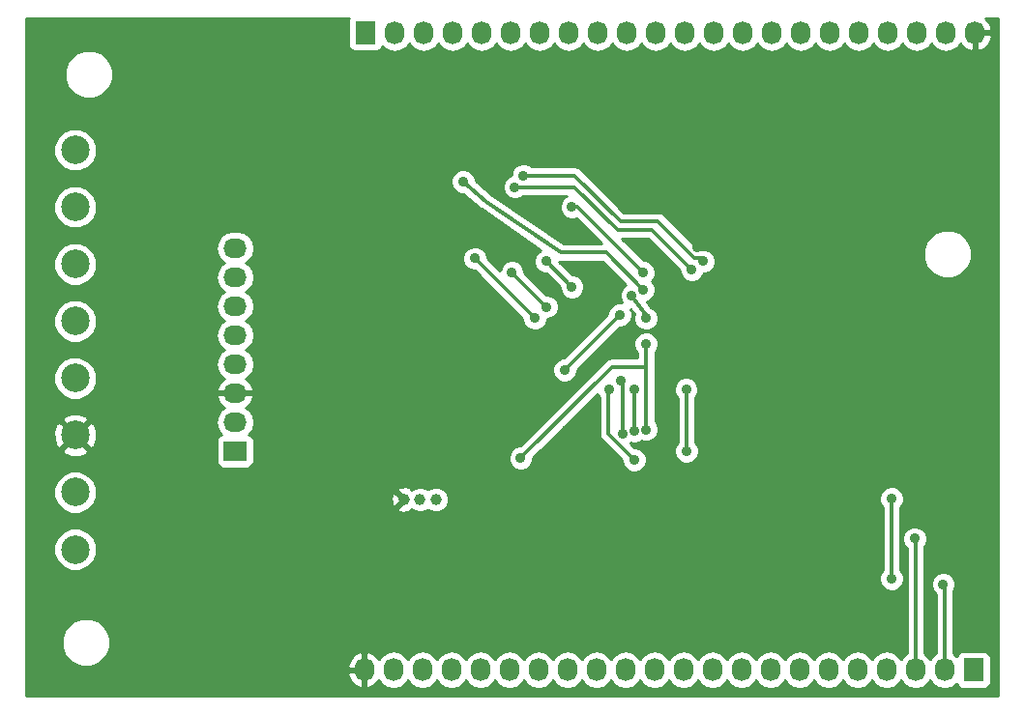
<source format=gbl>
%FSLAX34Y34*%
G04 Gerber Fmt 3.4, Leading zero omitted, Abs format*
G04 (created by PCBNEW (2014-jan-25)-product) date Wed 30 Apr 2014 08:12:59 PM MDT*
%MOIN*%
G01*
G70*
G90*
G04 APERTURE LIST*
%ADD10C,0.003937*%
%ADD11C,0.039370*%
%ADD12R,0.068000X0.080000*%
%ADD13O,0.068000X0.080000*%
%ADD14R,0.080000X0.068000*%
%ADD15O,0.080000X0.068000*%
%ADD16C,0.098425*%
%ADD17C,0.035000*%
%ADD18C,0.011811*%
%ADD19C,0.010000*%
G04 APERTURE END LIST*
G54D10*
G54D11*
X51357Y-50053D03*
X50806Y-50053D03*
X50255Y-50053D03*
G54D12*
X69889Y-55930D03*
G54D13*
X68889Y-55930D03*
X67889Y-55930D03*
X66889Y-55930D03*
X65889Y-55930D03*
X64889Y-55930D03*
X63889Y-55930D03*
X62889Y-55930D03*
X61889Y-55930D03*
X60889Y-55930D03*
X59889Y-55930D03*
X58889Y-55930D03*
X57889Y-55930D03*
X56889Y-55930D03*
X55889Y-55930D03*
X54889Y-55930D03*
X53889Y-55930D03*
X52889Y-55930D03*
X51889Y-55930D03*
X50889Y-55930D03*
X49889Y-55930D03*
X48889Y-55930D03*
G54D12*
X48929Y-33951D03*
G54D13*
X49929Y-33951D03*
X50929Y-33951D03*
X51929Y-33951D03*
X52929Y-33951D03*
X53929Y-33951D03*
X54929Y-33951D03*
X55929Y-33951D03*
X56929Y-33951D03*
X57929Y-33951D03*
X58929Y-33951D03*
X59929Y-33951D03*
X60929Y-33951D03*
X61929Y-33951D03*
X62929Y-33951D03*
X63929Y-33951D03*
X64929Y-33951D03*
X65929Y-33951D03*
X66929Y-33951D03*
X67929Y-33951D03*
X68929Y-33951D03*
X69929Y-33951D03*
G54D14*
X44429Y-48381D03*
G54D15*
X44429Y-47381D03*
X44429Y-46381D03*
X44429Y-45381D03*
X44429Y-44381D03*
X44429Y-43381D03*
X44429Y-42381D03*
X44429Y-41381D03*
G54D16*
X38917Y-37992D03*
X38917Y-39960D03*
X38917Y-41929D03*
X38917Y-43897D03*
X38917Y-51771D03*
X38917Y-49803D03*
X38917Y-47834D03*
X38917Y-45866D03*
G54D17*
X53976Y-42224D03*
X55157Y-43405D03*
X57716Y-45964D03*
X57789Y-47781D03*
X55157Y-41830D03*
X56043Y-42716D03*
X59980Y-46259D03*
X59989Y-48381D03*
X58208Y-46259D03*
X58189Y-47681D03*
X60374Y-41338D03*
X59192Y-51403D03*
X57027Y-51403D03*
X62342Y-48056D03*
X56732Y-42519D03*
X59488Y-38385D03*
X61653Y-38385D03*
X63129Y-40846D03*
X55649Y-49015D03*
X55846Y-47637D03*
X46791Y-49803D03*
X63425Y-43208D03*
X62389Y-42081D03*
X58110Y-43011D03*
X58602Y-43799D03*
X58602Y-44685D03*
X58602Y-47637D03*
X54271Y-48622D03*
X68838Y-52977D03*
X52696Y-41732D03*
X54763Y-43799D03*
X57322Y-46259D03*
X58189Y-48681D03*
X67854Y-51403D03*
X67066Y-50025D03*
X67066Y-52781D03*
X58503Y-42224D03*
X56043Y-39960D03*
X58503Y-42814D03*
X52289Y-39081D03*
X60177Y-42125D03*
X54074Y-39271D03*
X60570Y-41830D03*
X54370Y-38877D03*
X55789Y-45581D03*
X57689Y-43681D03*
G54D18*
X53976Y-42224D02*
X55157Y-43405D01*
X57716Y-45964D02*
X57789Y-46037D01*
X57789Y-46037D02*
X57789Y-46281D01*
X57789Y-47781D02*
X57789Y-46281D01*
X55157Y-41830D02*
X56043Y-42716D01*
X59980Y-46259D02*
X59989Y-46269D01*
X59989Y-46269D02*
X59989Y-46281D01*
X59989Y-47081D02*
X59989Y-46281D01*
X59989Y-48381D02*
X59989Y-47081D01*
X58208Y-46259D02*
X58189Y-46278D01*
X58189Y-46278D02*
X58189Y-46281D01*
X58189Y-47681D02*
X58189Y-46281D01*
X58110Y-43011D02*
X58602Y-43700D01*
X58602Y-43700D02*
X58602Y-43799D01*
X58602Y-45472D02*
X58602Y-47637D01*
X58602Y-44685D02*
X58602Y-45472D01*
X57421Y-45472D02*
X54271Y-48622D01*
X58602Y-45472D02*
X57421Y-45472D01*
X68889Y-53029D02*
X68838Y-52977D01*
X68889Y-55930D02*
X68889Y-53029D01*
X52696Y-41732D02*
X54763Y-43799D01*
X57322Y-46259D02*
X57300Y-46281D01*
X57300Y-46281D02*
X57289Y-46281D01*
X57289Y-47781D02*
X57289Y-46281D01*
X58189Y-48681D02*
X57289Y-47781D01*
X67854Y-51403D02*
X67889Y-51438D01*
X67889Y-51438D02*
X67889Y-55930D01*
X67066Y-50025D02*
X67066Y-52781D01*
X58503Y-42224D02*
X56240Y-39960D01*
X56240Y-39960D02*
X56043Y-39960D01*
X58503Y-42814D02*
X57224Y-41535D01*
X57224Y-41535D02*
X55649Y-41535D01*
X55649Y-41535D02*
X53089Y-39781D01*
X53089Y-39781D02*
X52289Y-39081D01*
X60177Y-42125D02*
X58799Y-40748D01*
X58799Y-40748D02*
X57618Y-40748D01*
X57618Y-40748D02*
X56141Y-39271D01*
X56141Y-39271D02*
X54074Y-39271D01*
X60570Y-41830D02*
X60472Y-41732D01*
X60472Y-41732D02*
X60275Y-41732D01*
X60275Y-41732D02*
X58996Y-40452D01*
X58996Y-40452D02*
X57716Y-40452D01*
X57716Y-40452D02*
X56141Y-38877D01*
X56141Y-38877D02*
X54370Y-38877D01*
X55789Y-45581D02*
X57689Y-43681D01*
G54D10*
G36*
X70734Y-56816D02*
X70513Y-56816D01*
X70513Y-34093D01*
X70457Y-34001D01*
X69979Y-34001D01*
X69979Y-34536D01*
X70070Y-34583D01*
X70076Y-34582D01*
X70284Y-34482D01*
X70437Y-34311D01*
X70513Y-34093D01*
X70513Y-56816D01*
X70479Y-56816D01*
X70479Y-56380D01*
X70479Y-56280D01*
X70479Y-55480D01*
X70441Y-55389D01*
X70371Y-55318D01*
X70279Y-55280D01*
X70180Y-55280D01*
X69830Y-55280D01*
X69830Y-41415D01*
X69702Y-41106D01*
X69466Y-40869D01*
X69157Y-40741D01*
X68823Y-40741D01*
X68514Y-40868D01*
X68277Y-41105D01*
X68149Y-41413D01*
X68149Y-41748D01*
X68276Y-42057D01*
X68513Y-42294D01*
X68821Y-42422D01*
X69156Y-42422D01*
X69465Y-42294D01*
X69701Y-42058D01*
X69830Y-41749D01*
X69830Y-41415D01*
X69830Y-55280D01*
X69500Y-55280D01*
X69408Y-55318D01*
X69337Y-55389D01*
X69312Y-55449D01*
X69306Y-55440D01*
X69198Y-55368D01*
X69198Y-53218D01*
X69263Y-53062D01*
X69263Y-52893D01*
X69199Y-52737D01*
X69079Y-52617D01*
X68923Y-52553D01*
X68754Y-52552D01*
X68598Y-52617D01*
X68478Y-52736D01*
X68413Y-52893D01*
X68413Y-53062D01*
X68478Y-53218D01*
X68580Y-53321D01*
X68580Y-55368D01*
X68472Y-55440D01*
X68389Y-55564D01*
X68306Y-55440D01*
X68198Y-55368D01*
X68198Y-51659D01*
X68214Y-51644D01*
X68279Y-51488D01*
X68279Y-51318D01*
X68214Y-51162D01*
X68095Y-51043D01*
X67939Y-50978D01*
X67770Y-50978D01*
X67613Y-51042D01*
X67494Y-51162D01*
X67429Y-51318D01*
X67429Y-51487D01*
X67493Y-51643D01*
X67580Y-51730D01*
X67580Y-55368D01*
X67492Y-55427D01*
X67492Y-52696D01*
X67427Y-52540D01*
X67375Y-52489D01*
X67375Y-50317D01*
X67427Y-50266D01*
X67491Y-50110D01*
X67492Y-49941D01*
X67427Y-49784D01*
X67307Y-49665D01*
X67151Y-49600D01*
X66982Y-49600D01*
X66826Y-49664D01*
X66706Y-49784D01*
X66642Y-49940D01*
X66641Y-50109D01*
X66706Y-50265D01*
X66757Y-50317D01*
X66757Y-52489D01*
X66706Y-52540D01*
X66642Y-52696D01*
X66641Y-52865D01*
X66706Y-53021D01*
X66825Y-53141D01*
X66982Y-53206D01*
X67151Y-53206D01*
X67307Y-53141D01*
X67427Y-53022D01*
X67491Y-52866D01*
X67492Y-52696D01*
X67492Y-55427D01*
X67472Y-55440D01*
X67389Y-55564D01*
X67306Y-55440D01*
X67115Y-55312D01*
X66889Y-55267D01*
X66663Y-55312D01*
X66472Y-55440D01*
X66389Y-55564D01*
X66306Y-55440D01*
X66115Y-55312D01*
X65889Y-55267D01*
X65663Y-55312D01*
X65472Y-55440D01*
X65389Y-55564D01*
X65306Y-55440D01*
X65115Y-55312D01*
X64889Y-55267D01*
X64663Y-55312D01*
X64472Y-55440D01*
X64389Y-55564D01*
X64306Y-55440D01*
X64115Y-55312D01*
X63889Y-55267D01*
X63663Y-55312D01*
X63472Y-55440D01*
X63389Y-55564D01*
X63306Y-55440D01*
X63115Y-55312D01*
X62889Y-55267D01*
X62663Y-55312D01*
X62472Y-55440D01*
X62389Y-55564D01*
X62306Y-55440D01*
X62115Y-55312D01*
X61889Y-55267D01*
X61663Y-55312D01*
X61472Y-55440D01*
X61389Y-55564D01*
X61306Y-55440D01*
X61115Y-55312D01*
X60995Y-55289D01*
X60995Y-41746D01*
X60931Y-41590D01*
X60811Y-41470D01*
X60655Y-41405D01*
X60486Y-41405D01*
X60444Y-41423D01*
X60403Y-41423D01*
X59214Y-40234D01*
X59114Y-40167D01*
X58996Y-40143D01*
X57844Y-40143D01*
X56360Y-38659D01*
X56260Y-38592D01*
X56141Y-38568D01*
X54662Y-38568D01*
X54611Y-38517D01*
X54454Y-38453D01*
X54285Y-38452D01*
X54129Y-38517D01*
X54009Y-38636D01*
X53945Y-38793D01*
X53945Y-38865D01*
X53834Y-38911D01*
X53714Y-39030D01*
X53649Y-39186D01*
X53649Y-39355D01*
X53714Y-39512D01*
X53833Y-39631D01*
X53989Y-39696D01*
X54158Y-39696D01*
X54315Y-39632D01*
X54366Y-39580D01*
X55849Y-39580D01*
X55802Y-39600D01*
X55683Y-39719D01*
X55618Y-39875D01*
X55618Y-40044D01*
X55682Y-40201D01*
X55802Y-40320D01*
X55958Y-40385D01*
X56127Y-40385D01*
X56198Y-40356D01*
X57068Y-41226D01*
X55745Y-41226D01*
X53279Y-39537D01*
X52714Y-39043D01*
X52714Y-38997D01*
X52650Y-38841D01*
X52530Y-38721D01*
X52374Y-38656D01*
X52205Y-38656D01*
X52049Y-38721D01*
X51929Y-38840D01*
X51864Y-38996D01*
X51864Y-39166D01*
X51929Y-39322D01*
X52048Y-39441D01*
X52204Y-39506D01*
X52306Y-39506D01*
X52886Y-40014D01*
X52902Y-40023D01*
X52915Y-40036D01*
X54973Y-41446D01*
X54917Y-41470D01*
X54797Y-41589D01*
X54732Y-41745D01*
X54732Y-41914D01*
X54796Y-42071D01*
X54916Y-42190D01*
X55072Y-42255D01*
X55145Y-42255D01*
X55618Y-42728D01*
X55618Y-42800D01*
X55682Y-42956D01*
X55802Y-43076D01*
X55958Y-43141D01*
X56127Y-43141D01*
X56283Y-43077D01*
X56403Y-42957D01*
X56468Y-42801D01*
X56468Y-42632D01*
X56403Y-42476D01*
X56284Y-42356D01*
X56128Y-42291D01*
X56055Y-42291D01*
X55601Y-41838D01*
X55618Y-41838D01*
X55649Y-41844D01*
X57096Y-41844D01*
X57893Y-42641D01*
X57869Y-42651D01*
X57750Y-42770D01*
X57685Y-42926D01*
X57685Y-43095D01*
X57749Y-43252D01*
X57754Y-43256D01*
X57605Y-43256D01*
X57449Y-43321D01*
X57329Y-43440D01*
X57264Y-43596D01*
X57264Y-43669D01*
X55777Y-45156D01*
X55705Y-45156D01*
X55582Y-45207D01*
X55582Y-43321D01*
X55517Y-43165D01*
X55398Y-43045D01*
X55242Y-42980D01*
X55169Y-42980D01*
X54401Y-42212D01*
X54401Y-42140D01*
X54336Y-41983D01*
X54217Y-41864D01*
X54061Y-41799D01*
X53892Y-41799D01*
X53735Y-41863D01*
X53616Y-41983D01*
X53551Y-42139D01*
X53551Y-42149D01*
X53121Y-41720D01*
X53121Y-41648D01*
X53057Y-41491D01*
X52937Y-41372D01*
X52781Y-41307D01*
X52612Y-41307D01*
X52456Y-41371D01*
X52336Y-41491D01*
X52271Y-41647D01*
X52271Y-41816D01*
X52336Y-41972D01*
X52455Y-42092D01*
X52611Y-42157D01*
X52684Y-42157D01*
X54338Y-43811D01*
X54338Y-43883D01*
X54403Y-44039D01*
X54522Y-44159D01*
X54678Y-44224D01*
X54847Y-44224D01*
X55004Y-44159D01*
X55123Y-44040D01*
X55188Y-43884D01*
X55188Y-43830D01*
X55241Y-43830D01*
X55397Y-43766D01*
X55517Y-43646D01*
X55582Y-43490D01*
X55582Y-43321D01*
X55582Y-45207D01*
X55549Y-45221D01*
X55429Y-45340D01*
X55364Y-45496D01*
X55364Y-45666D01*
X55429Y-45822D01*
X55548Y-45941D01*
X55704Y-46006D01*
X55873Y-46006D01*
X56030Y-45942D01*
X56149Y-45822D01*
X56214Y-45666D01*
X56214Y-45593D01*
X57701Y-44106D01*
X57773Y-44106D01*
X57930Y-44042D01*
X58049Y-43922D01*
X58114Y-43766D01*
X58114Y-43597D01*
X58068Y-43484D01*
X58197Y-43665D01*
X58177Y-43714D01*
X58177Y-43883D01*
X58241Y-44039D01*
X58361Y-44159D01*
X58517Y-44224D01*
X58686Y-44224D01*
X58842Y-44159D01*
X58962Y-44040D01*
X59027Y-43884D01*
X59027Y-43715D01*
X58962Y-43558D01*
X58843Y-43439D01*
X58774Y-43410D01*
X58638Y-43219D01*
X58744Y-43175D01*
X58864Y-43056D01*
X58928Y-42899D01*
X58929Y-42730D01*
X58864Y-42574D01*
X58809Y-42519D01*
X58864Y-42465D01*
X58928Y-42309D01*
X58929Y-42140D01*
X58864Y-41983D01*
X58744Y-41864D01*
X58588Y-41799D01*
X58516Y-41799D01*
X57773Y-41057D01*
X58671Y-41057D01*
X59752Y-42138D01*
X59752Y-42210D01*
X59816Y-42366D01*
X59936Y-42486D01*
X60092Y-42550D01*
X60261Y-42551D01*
X60417Y-42486D01*
X60537Y-42367D01*
X60583Y-42255D01*
X60655Y-42255D01*
X60811Y-42191D01*
X60930Y-42071D01*
X60995Y-41915D01*
X60995Y-41746D01*
X60995Y-55289D01*
X60889Y-55267D01*
X60663Y-55312D01*
X60472Y-55440D01*
X60414Y-55527D01*
X60414Y-48297D01*
X60350Y-48141D01*
X60298Y-48089D01*
X60298Y-47081D01*
X60298Y-46542D01*
X60340Y-46500D01*
X60405Y-46344D01*
X60405Y-46175D01*
X60340Y-46019D01*
X60221Y-45899D01*
X60065Y-45834D01*
X59896Y-45834D01*
X59739Y-45899D01*
X59620Y-46018D01*
X59555Y-46174D01*
X59555Y-46344D01*
X59619Y-46500D01*
X59680Y-46561D01*
X59680Y-47081D01*
X59680Y-48089D01*
X59629Y-48140D01*
X59564Y-48296D01*
X59564Y-48466D01*
X59629Y-48622D01*
X59748Y-48741D01*
X59904Y-48806D01*
X60073Y-48806D01*
X60230Y-48742D01*
X60349Y-48622D01*
X60414Y-48466D01*
X60414Y-48297D01*
X60414Y-55527D01*
X60389Y-55564D01*
X60306Y-55440D01*
X60115Y-55312D01*
X59889Y-55267D01*
X59663Y-55312D01*
X59472Y-55440D01*
X59389Y-55564D01*
X59306Y-55440D01*
X59115Y-55312D01*
X59027Y-55295D01*
X59027Y-47553D01*
X58962Y-47397D01*
X58911Y-47345D01*
X58911Y-45472D01*
X58911Y-44977D01*
X58962Y-44926D01*
X59027Y-44769D01*
X59027Y-44600D01*
X58962Y-44444D01*
X58843Y-44324D01*
X58687Y-44260D01*
X58518Y-44259D01*
X58361Y-44324D01*
X58242Y-44443D01*
X58177Y-44600D01*
X58177Y-44769D01*
X58241Y-44925D01*
X58293Y-44977D01*
X58293Y-45163D01*
X57421Y-45163D01*
X57302Y-45186D01*
X57202Y-45253D01*
X57202Y-45253D01*
X54259Y-48197D01*
X54187Y-48196D01*
X54031Y-48261D01*
X53911Y-48380D01*
X53846Y-48537D01*
X53846Y-48706D01*
X53911Y-48862D01*
X54030Y-48982D01*
X54186Y-49046D01*
X54355Y-49047D01*
X54512Y-48982D01*
X54631Y-48863D01*
X54696Y-48706D01*
X54696Y-48634D01*
X56923Y-46406D01*
X56962Y-46500D01*
X56980Y-46518D01*
X56980Y-47781D01*
X57004Y-47900D01*
X57071Y-48000D01*
X57764Y-48693D01*
X57764Y-48766D01*
X57829Y-48922D01*
X57948Y-49041D01*
X58104Y-49106D01*
X58273Y-49106D01*
X58430Y-49042D01*
X58549Y-48922D01*
X58614Y-48766D01*
X58614Y-48597D01*
X58550Y-48441D01*
X58430Y-48321D01*
X58274Y-48256D01*
X58201Y-48256D01*
X58058Y-48113D01*
X58077Y-48095D01*
X58104Y-48106D01*
X58273Y-48106D01*
X58430Y-48042D01*
X58441Y-48031D01*
X58517Y-48062D01*
X58686Y-48062D01*
X58842Y-47998D01*
X58962Y-47878D01*
X59027Y-47722D01*
X59027Y-47553D01*
X59027Y-55295D01*
X58889Y-55267D01*
X58663Y-55312D01*
X58472Y-55440D01*
X58389Y-55564D01*
X58306Y-55440D01*
X58115Y-55312D01*
X57889Y-55267D01*
X57663Y-55312D01*
X57472Y-55440D01*
X57389Y-55564D01*
X57306Y-55440D01*
X57115Y-55312D01*
X56889Y-55267D01*
X56663Y-55312D01*
X56472Y-55440D01*
X56389Y-55564D01*
X56306Y-55440D01*
X56115Y-55312D01*
X55889Y-55267D01*
X55663Y-55312D01*
X55472Y-55440D01*
X55389Y-55564D01*
X55306Y-55440D01*
X55115Y-55312D01*
X54889Y-55267D01*
X54663Y-55312D01*
X54472Y-55440D01*
X54389Y-55564D01*
X54306Y-55440D01*
X54115Y-55312D01*
X53889Y-55267D01*
X53663Y-55312D01*
X53472Y-55440D01*
X53389Y-55564D01*
X53306Y-55440D01*
X53115Y-55312D01*
X52889Y-55267D01*
X52663Y-55312D01*
X52472Y-55440D01*
X52389Y-55564D01*
X52306Y-55440D01*
X52115Y-55312D01*
X51889Y-55267D01*
X51804Y-55284D01*
X51804Y-49965D01*
X51736Y-49800D01*
X51610Y-49674D01*
X51446Y-49606D01*
X51268Y-49606D01*
X51104Y-49674D01*
X51081Y-49697D01*
X51059Y-49674D01*
X50895Y-49606D01*
X50717Y-49606D01*
X50553Y-49674D01*
X50493Y-49733D01*
X50480Y-49657D01*
X50312Y-49601D01*
X50134Y-49614D01*
X50029Y-49657D01*
X50014Y-49742D01*
X50255Y-49982D01*
X50260Y-49977D01*
X50331Y-50047D01*
X50325Y-50053D01*
X50331Y-50059D01*
X50260Y-50129D01*
X50255Y-50124D01*
X50184Y-50194D01*
X50184Y-50053D01*
X49944Y-49813D01*
X49859Y-49827D01*
X49803Y-49996D01*
X49815Y-50173D01*
X49859Y-50279D01*
X49944Y-50293D01*
X50184Y-50053D01*
X50184Y-50194D01*
X50014Y-50364D01*
X50029Y-50449D01*
X50198Y-50505D01*
X50375Y-50492D01*
X50480Y-50449D01*
X50493Y-50373D01*
X50552Y-50432D01*
X50717Y-50500D01*
X50894Y-50500D01*
X51059Y-50432D01*
X51081Y-50409D01*
X51104Y-50432D01*
X51268Y-50500D01*
X51445Y-50500D01*
X51610Y-50432D01*
X51736Y-50306D01*
X51804Y-50142D01*
X51804Y-49965D01*
X51804Y-55284D01*
X51663Y-55312D01*
X51472Y-55440D01*
X51389Y-55564D01*
X51306Y-55440D01*
X51115Y-55312D01*
X50889Y-55267D01*
X50663Y-55312D01*
X50472Y-55440D01*
X50389Y-55564D01*
X50306Y-55440D01*
X50115Y-55312D01*
X49889Y-55267D01*
X49663Y-55312D01*
X49472Y-55440D01*
X49391Y-55562D01*
X49244Y-55398D01*
X49037Y-55298D01*
X49031Y-55297D01*
X48939Y-55345D01*
X48939Y-55880D01*
X48947Y-55880D01*
X48947Y-55980D01*
X48939Y-55980D01*
X48939Y-56515D01*
X49031Y-56563D01*
X49037Y-56562D01*
X49244Y-56462D01*
X49391Y-56298D01*
X49472Y-56420D01*
X49663Y-56548D01*
X49889Y-56593D01*
X50115Y-56548D01*
X50306Y-56420D01*
X50389Y-56296D01*
X50472Y-56420D01*
X50663Y-56548D01*
X50889Y-56593D01*
X51115Y-56548D01*
X51306Y-56420D01*
X51389Y-56296D01*
X51472Y-56420D01*
X51663Y-56548D01*
X51889Y-56593D01*
X52115Y-56548D01*
X52306Y-56420D01*
X52389Y-56296D01*
X52472Y-56420D01*
X52663Y-56548D01*
X52889Y-56593D01*
X53115Y-56548D01*
X53306Y-56420D01*
X53389Y-56296D01*
X53472Y-56420D01*
X53663Y-56548D01*
X53889Y-56593D01*
X54115Y-56548D01*
X54306Y-56420D01*
X54389Y-56296D01*
X54472Y-56420D01*
X54663Y-56548D01*
X54889Y-56593D01*
X55115Y-56548D01*
X55306Y-56420D01*
X55389Y-56296D01*
X55472Y-56420D01*
X55663Y-56548D01*
X55889Y-56593D01*
X56115Y-56548D01*
X56306Y-56420D01*
X56389Y-56296D01*
X56472Y-56420D01*
X56663Y-56548D01*
X56889Y-56593D01*
X57115Y-56548D01*
X57306Y-56420D01*
X57389Y-56296D01*
X57472Y-56420D01*
X57663Y-56548D01*
X57889Y-56593D01*
X58115Y-56548D01*
X58306Y-56420D01*
X58389Y-56296D01*
X58472Y-56420D01*
X58663Y-56548D01*
X58889Y-56593D01*
X59115Y-56548D01*
X59306Y-56420D01*
X59389Y-56296D01*
X59472Y-56420D01*
X59663Y-56548D01*
X59889Y-56593D01*
X60115Y-56548D01*
X60306Y-56420D01*
X60389Y-56296D01*
X60472Y-56420D01*
X60663Y-56548D01*
X60889Y-56593D01*
X61115Y-56548D01*
X61306Y-56420D01*
X61389Y-56296D01*
X61472Y-56420D01*
X61663Y-56548D01*
X61889Y-56593D01*
X62115Y-56548D01*
X62306Y-56420D01*
X62389Y-56296D01*
X62472Y-56420D01*
X62663Y-56548D01*
X62889Y-56593D01*
X63115Y-56548D01*
X63306Y-56420D01*
X63389Y-56296D01*
X63472Y-56420D01*
X63663Y-56548D01*
X63889Y-56593D01*
X64115Y-56548D01*
X64306Y-56420D01*
X64389Y-56296D01*
X64472Y-56420D01*
X64663Y-56548D01*
X64889Y-56593D01*
X65115Y-56548D01*
X65306Y-56420D01*
X65389Y-56296D01*
X65472Y-56420D01*
X65663Y-56548D01*
X65889Y-56593D01*
X66115Y-56548D01*
X66306Y-56420D01*
X66389Y-56296D01*
X66472Y-56420D01*
X66663Y-56548D01*
X66889Y-56593D01*
X67115Y-56548D01*
X67306Y-56420D01*
X67389Y-56296D01*
X67472Y-56420D01*
X67663Y-56548D01*
X67889Y-56593D01*
X68115Y-56548D01*
X68306Y-56420D01*
X68389Y-56296D01*
X68472Y-56420D01*
X68663Y-56548D01*
X68889Y-56593D01*
X69115Y-56548D01*
X69306Y-56420D01*
X69312Y-56411D01*
X69337Y-56472D01*
X69408Y-56542D01*
X69500Y-56580D01*
X69599Y-56580D01*
X70279Y-56580D01*
X70371Y-56542D01*
X70441Y-56472D01*
X70479Y-56380D01*
X70479Y-56816D01*
X48839Y-56816D01*
X48839Y-56515D01*
X48839Y-55980D01*
X48839Y-55880D01*
X48839Y-55345D01*
X48748Y-55297D01*
X48742Y-55298D01*
X48534Y-55398D01*
X48381Y-55570D01*
X48305Y-55788D01*
X48361Y-55880D01*
X48839Y-55880D01*
X48839Y-55980D01*
X48361Y-55980D01*
X48305Y-56073D01*
X48381Y-56290D01*
X48534Y-56462D01*
X48742Y-56562D01*
X48748Y-56563D01*
X48839Y-56515D01*
X48839Y-56816D01*
X45091Y-56816D01*
X45091Y-47381D01*
X45091Y-45381D01*
X45046Y-45156D01*
X44919Y-44964D01*
X44795Y-44881D01*
X44919Y-44799D01*
X45046Y-44607D01*
X45091Y-44381D01*
X45046Y-44156D01*
X44919Y-43964D01*
X44795Y-43881D01*
X44919Y-43799D01*
X45046Y-43607D01*
X45091Y-43381D01*
X45046Y-43156D01*
X44919Y-42964D01*
X44795Y-42881D01*
X44919Y-42799D01*
X45046Y-42607D01*
X45091Y-42381D01*
X45046Y-42156D01*
X44919Y-41964D01*
X44795Y-41881D01*
X44919Y-41799D01*
X45046Y-41607D01*
X45091Y-41381D01*
X45046Y-41156D01*
X44919Y-40964D01*
X44727Y-40836D01*
X44501Y-40791D01*
X44356Y-40791D01*
X44130Y-40836D01*
X43939Y-40964D01*
X43811Y-41156D01*
X43766Y-41381D01*
X43811Y-41607D01*
X43939Y-41799D01*
X44063Y-41881D01*
X43939Y-41964D01*
X43811Y-42156D01*
X43766Y-42381D01*
X43811Y-42607D01*
X43939Y-42799D01*
X44063Y-42881D01*
X43939Y-42964D01*
X43811Y-43156D01*
X43766Y-43381D01*
X43811Y-43607D01*
X43939Y-43799D01*
X44063Y-43881D01*
X43939Y-43964D01*
X43811Y-44156D01*
X43766Y-44381D01*
X43811Y-44607D01*
X43939Y-44799D01*
X44063Y-44881D01*
X43939Y-44964D01*
X43811Y-45156D01*
X43766Y-45381D01*
X43811Y-45607D01*
X43939Y-45799D01*
X44061Y-45880D01*
X43897Y-46026D01*
X43797Y-46234D01*
X43796Y-46240D01*
X43844Y-46331D01*
X44379Y-46331D01*
X44379Y-46324D01*
X44479Y-46324D01*
X44479Y-46331D01*
X45014Y-46331D01*
X45061Y-46240D01*
X45060Y-46234D01*
X44960Y-46026D01*
X44797Y-45880D01*
X44919Y-45799D01*
X45046Y-45607D01*
X45091Y-45381D01*
X45091Y-47381D01*
X45046Y-47156D01*
X44919Y-46964D01*
X44797Y-46883D01*
X44960Y-46737D01*
X45060Y-46529D01*
X45061Y-46523D01*
X45014Y-46431D01*
X44479Y-46431D01*
X44479Y-46439D01*
X44379Y-46439D01*
X44379Y-46431D01*
X43844Y-46431D01*
X43796Y-46523D01*
X43797Y-46529D01*
X43897Y-46737D01*
X44061Y-46883D01*
X43939Y-46964D01*
X43811Y-47156D01*
X43766Y-47381D01*
X43811Y-47607D01*
X43939Y-47799D01*
X43947Y-47804D01*
X43887Y-47829D01*
X43817Y-47900D01*
X43779Y-47992D01*
X43779Y-48091D01*
X43779Y-48771D01*
X43817Y-48863D01*
X43887Y-48933D01*
X43979Y-48971D01*
X44078Y-48971D01*
X44878Y-48971D01*
X44970Y-48933D01*
X45041Y-48863D01*
X45079Y-48771D01*
X45079Y-48672D01*
X45079Y-47992D01*
X45041Y-47900D01*
X44970Y-47829D01*
X44910Y-47804D01*
X44919Y-47799D01*
X45046Y-47607D01*
X45091Y-47381D01*
X45091Y-56816D01*
X40230Y-56816D01*
X40230Y-35215D01*
X40102Y-34906D01*
X39866Y-34669D01*
X39557Y-34541D01*
X39223Y-34541D01*
X38914Y-34668D01*
X38677Y-34905D01*
X38549Y-35213D01*
X38549Y-35548D01*
X38676Y-35857D01*
X38913Y-36094D01*
X39221Y-36222D01*
X39556Y-36222D01*
X39865Y-36094D01*
X40101Y-35858D01*
X40230Y-35549D01*
X40230Y-35215D01*
X40230Y-56816D01*
X40130Y-56816D01*
X40130Y-54815D01*
X40002Y-54506D01*
X39766Y-54269D01*
X39663Y-54226D01*
X39663Y-47962D01*
X39659Y-47829D01*
X39659Y-45719D01*
X39659Y-43750D01*
X39659Y-41782D01*
X39659Y-39813D01*
X39659Y-37845D01*
X39546Y-37572D01*
X39338Y-37363D01*
X39065Y-37250D01*
X38770Y-37249D01*
X38497Y-37362D01*
X38288Y-37571D01*
X38175Y-37843D01*
X38175Y-38139D01*
X38287Y-38411D01*
X38496Y-38620D01*
X38769Y-38734D01*
X39064Y-38734D01*
X39337Y-38621D01*
X39546Y-38413D01*
X39659Y-38140D01*
X39659Y-37845D01*
X39659Y-39813D01*
X39546Y-39540D01*
X39338Y-39331D01*
X39065Y-39218D01*
X38770Y-39218D01*
X38497Y-39331D01*
X38288Y-39539D01*
X38175Y-39812D01*
X38175Y-40107D01*
X38287Y-40380D01*
X38496Y-40589D01*
X38769Y-40702D01*
X39064Y-40702D01*
X39337Y-40590D01*
X39546Y-40381D01*
X39659Y-40108D01*
X39659Y-39813D01*
X39659Y-41782D01*
X39546Y-41509D01*
X39338Y-41300D01*
X39065Y-41187D01*
X38770Y-41186D01*
X38497Y-41299D01*
X38288Y-41508D01*
X38175Y-41780D01*
X38175Y-42076D01*
X38287Y-42348D01*
X38496Y-42557D01*
X38769Y-42671D01*
X39064Y-42671D01*
X39337Y-42558D01*
X39546Y-42350D01*
X39659Y-42077D01*
X39659Y-41782D01*
X39659Y-43750D01*
X39546Y-43477D01*
X39338Y-43268D01*
X39065Y-43155D01*
X38770Y-43155D01*
X38497Y-43268D01*
X38288Y-43476D01*
X38175Y-43749D01*
X38175Y-44044D01*
X38287Y-44317D01*
X38496Y-44526D01*
X38769Y-44639D01*
X39064Y-44639D01*
X39337Y-44527D01*
X39546Y-44318D01*
X39659Y-44045D01*
X39659Y-43750D01*
X39659Y-45719D01*
X39546Y-45446D01*
X39338Y-45237D01*
X39065Y-45124D01*
X38770Y-45123D01*
X38497Y-45236D01*
X38288Y-45445D01*
X38175Y-45717D01*
X38175Y-46013D01*
X38287Y-46285D01*
X38496Y-46494D01*
X38769Y-46608D01*
X39064Y-46608D01*
X39337Y-46495D01*
X39546Y-46287D01*
X39659Y-46014D01*
X39659Y-45719D01*
X39659Y-47829D01*
X39655Y-47667D01*
X39557Y-47431D01*
X39442Y-47380D01*
X39371Y-47451D01*
X39371Y-47309D01*
X39320Y-47194D01*
X39044Y-47088D01*
X38749Y-47096D01*
X38513Y-47194D01*
X38463Y-47309D01*
X38917Y-47763D01*
X39371Y-47309D01*
X39371Y-47451D01*
X38988Y-47834D01*
X39442Y-48288D01*
X39557Y-48237D01*
X39663Y-47962D01*
X39663Y-54226D01*
X39659Y-54225D01*
X39659Y-51624D01*
X39659Y-49656D01*
X39546Y-49383D01*
X39371Y-49207D01*
X39371Y-48359D01*
X38917Y-47905D01*
X38846Y-47976D01*
X38846Y-47834D01*
X38392Y-47380D01*
X38277Y-47431D01*
X38171Y-47707D01*
X38179Y-48002D01*
X38277Y-48237D01*
X38392Y-48288D01*
X38846Y-47834D01*
X38846Y-47976D01*
X38463Y-48359D01*
X38513Y-48474D01*
X38789Y-48580D01*
X39084Y-48572D01*
X39320Y-48474D01*
X39371Y-48359D01*
X39371Y-49207D01*
X39338Y-49174D01*
X39065Y-49061D01*
X38770Y-49060D01*
X38497Y-49173D01*
X38288Y-49382D01*
X38175Y-49654D01*
X38175Y-49950D01*
X38287Y-50222D01*
X38496Y-50431D01*
X38769Y-50545D01*
X39064Y-50545D01*
X39337Y-50432D01*
X39546Y-50224D01*
X39659Y-49951D01*
X39659Y-49656D01*
X39659Y-51624D01*
X39546Y-51351D01*
X39338Y-51142D01*
X39065Y-51029D01*
X38770Y-51029D01*
X38497Y-51142D01*
X38288Y-51350D01*
X38175Y-51623D01*
X38175Y-51918D01*
X38287Y-52191D01*
X38496Y-52400D01*
X38769Y-52513D01*
X39064Y-52513D01*
X39337Y-52401D01*
X39546Y-52192D01*
X39659Y-51919D01*
X39659Y-51624D01*
X39659Y-54225D01*
X39457Y-54141D01*
X39123Y-54141D01*
X38814Y-54268D01*
X38577Y-54505D01*
X38449Y-54813D01*
X38449Y-55148D01*
X38576Y-55457D01*
X38813Y-55694D01*
X39121Y-55822D01*
X39456Y-55822D01*
X39765Y-55694D01*
X40001Y-55458D01*
X40130Y-55149D01*
X40130Y-54815D01*
X40130Y-56816D01*
X37218Y-56816D01*
X37218Y-36318D01*
X37218Y-34055D01*
X37218Y-33438D01*
X48365Y-33438D01*
X48339Y-33501D01*
X48339Y-33600D01*
X48339Y-34400D01*
X48377Y-34492D01*
X48447Y-34563D01*
X48539Y-34601D01*
X48638Y-34601D01*
X49318Y-34601D01*
X49410Y-34563D01*
X49481Y-34492D01*
X49506Y-34432D01*
X49511Y-34441D01*
X49703Y-34569D01*
X49929Y-34613D01*
X50154Y-34569D01*
X50346Y-34441D01*
X50429Y-34317D01*
X50511Y-34441D01*
X50703Y-34569D01*
X50929Y-34613D01*
X51154Y-34569D01*
X51346Y-34441D01*
X51429Y-34317D01*
X51511Y-34441D01*
X51703Y-34569D01*
X51929Y-34613D01*
X52154Y-34569D01*
X52346Y-34441D01*
X52429Y-34317D01*
X52511Y-34441D01*
X52703Y-34569D01*
X52929Y-34613D01*
X53154Y-34569D01*
X53346Y-34441D01*
X53429Y-34317D01*
X53511Y-34441D01*
X53703Y-34569D01*
X53929Y-34613D01*
X54154Y-34569D01*
X54346Y-34441D01*
X54429Y-34317D01*
X54511Y-34441D01*
X54703Y-34569D01*
X54929Y-34613D01*
X55154Y-34569D01*
X55346Y-34441D01*
X55429Y-34317D01*
X55511Y-34441D01*
X55703Y-34569D01*
X55929Y-34613D01*
X56154Y-34569D01*
X56346Y-34441D01*
X56429Y-34317D01*
X56511Y-34441D01*
X56703Y-34569D01*
X56929Y-34613D01*
X57154Y-34569D01*
X57346Y-34441D01*
X57429Y-34317D01*
X57511Y-34441D01*
X57703Y-34569D01*
X57929Y-34613D01*
X58154Y-34569D01*
X58346Y-34441D01*
X58429Y-34317D01*
X58511Y-34441D01*
X58703Y-34569D01*
X58929Y-34613D01*
X59154Y-34569D01*
X59346Y-34441D01*
X59429Y-34317D01*
X59511Y-34441D01*
X59703Y-34569D01*
X59929Y-34613D01*
X60154Y-34569D01*
X60346Y-34441D01*
X60429Y-34317D01*
X60511Y-34441D01*
X60703Y-34569D01*
X60929Y-34613D01*
X61154Y-34569D01*
X61346Y-34441D01*
X61429Y-34317D01*
X61511Y-34441D01*
X61703Y-34569D01*
X61929Y-34613D01*
X62154Y-34569D01*
X62346Y-34441D01*
X62429Y-34317D01*
X62511Y-34441D01*
X62703Y-34569D01*
X62929Y-34613D01*
X63154Y-34569D01*
X63346Y-34441D01*
X63429Y-34317D01*
X63511Y-34441D01*
X63703Y-34569D01*
X63929Y-34613D01*
X64154Y-34569D01*
X64346Y-34441D01*
X64429Y-34317D01*
X64511Y-34441D01*
X64703Y-34569D01*
X64929Y-34613D01*
X65154Y-34569D01*
X65346Y-34441D01*
X65429Y-34317D01*
X65511Y-34441D01*
X65703Y-34569D01*
X65929Y-34613D01*
X66154Y-34569D01*
X66346Y-34441D01*
X66429Y-34317D01*
X66511Y-34441D01*
X66703Y-34569D01*
X66929Y-34613D01*
X67154Y-34569D01*
X67346Y-34441D01*
X67429Y-34317D01*
X67511Y-34441D01*
X67703Y-34569D01*
X67929Y-34613D01*
X68154Y-34569D01*
X68346Y-34441D01*
X68429Y-34317D01*
X68511Y-34441D01*
X68703Y-34569D01*
X68929Y-34613D01*
X69154Y-34569D01*
X69346Y-34441D01*
X69427Y-34319D01*
X69574Y-34482D01*
X69781Y-34582D01*
X69787Y-34583D01*
X69879Y-34536D01*
X69879Y-34001D01*
X69871Y-34001D01*
X69871Y-33901D01*
X69879Y-33901D01*
X69879Y-33893D01*
X69979Y-33893D01*
X69979Y-33901D01*
X70457Y-33901D01*
X70513Y-33808D01*
X70437Y-33591D01*
X70301Y-33438D01*
X70734Y-33438D01*
X70734Y-43602D01*
X70734Y-56816D01*
X70734Y-56816D01*
G37*
G54D19*
X70734Y-56816D02*
X70513Y-56816D01*
X70513Y-34093D01*
X70457Y-34001D01*
X69979Y-34001D01*
X69979Y-34536D01*
X70070Y-34583D01*
X70076Y-34582D01*
X70284Y-34482D01*
X70437Y-34311D01*
X70513Y-34093D01*
X70513Y-56816D01*
X70479Y-56816D01*
X70479Y-56380D01*
X70479Y-56280D01*
X70479Y-55480D01*
X70441Y-55389D01*
X70371Y-55318D01*
X70279Y-55280D01*
X70180Y-55280D01*
X69830Y-55280D01*
X69830Y-41415D01*
X69702Y-41106D01*
X69466Y-40869D01*
X69157Y-40741D01*
X68823Y-40741D01*
X68514Y-40868D01*
X68277Y-41105D01*
X68149Y-41413D01*
X68149Y-41748D01*
X68276Y-42057D01*
X68513Y-42294D01*
X68821Y-42422D01*
X69156Y-42422D01*
X69465Y-42294D01*
X69701Y-42058D01*
X69830Y-41749D01*
X69830Y-41415D01*
X69830Y-55280D01*
X69500Y-55280D01*
X69408Y-55318D01*
X69337Y-55389D01*
X69312Y-55449D01*
X69306Y-55440D01*
X69198Y-55368D01*
X69198Y-53218D01*
X69263Y-53062D01*
X69263Y-52893D01*
X69199Y-52737D01*
X69079Y-52617D01*
X68923Y-52553D01*
X68754Y-52552D01*
X68598Y-52617D01*
X68478Y-52736D01*
X68413Y-52893D01*
X68413Y-53062D01*
X68478Y-53218D01*
X68580Y-53321D01*
X68580Y-55368D01*
X68472Y-55440D01*
X68389Y-55564D01*
X68306Y-55440D01*
X68198Y-55368D01*
X68198Y-51659D01*
X68214Y-51644D01*
X68279Y-51488D01*
X68279Y-51318D01*
X68214Y-51162D01*
X68095Y-51043D01*
X67939Y-50978D01*
X67770Y-50978D01*
X67613Y-51042D01*
X67494Y-51162D01*
X67429Y-51318D01*
X67429Y-51487D01*
X67493Y-51643D01*
X67580Y-51730D01*
X67580Y-55368D01*
X67492Y-55427D01*
X67492Y-52696D01*
X67427Y-52540D01*
X67375Y-52489D01*
X67375Y-50317D01*
X67427Y-50266D01*
X67491Y-50110D01*
X67492Y-49941D01*
X67427Y-49784D01*
X67307Y-49665D01*
X67151Y-49600D01*
X66982Y-49600D01*
X66826Y-49664D01*
X66706Y-49784D01*
X66642Y-49940D01*
X66641Y-50109D01*
X66706Y-50265D01*
X66757Y-50317D01*
X66757Y-52489D01*
X66706Y-52540D01*
X66642Y-52696D01*
X66641Y-52865D01*
X66706Y-53021D01*
X66825Y-53141D01*
X66982Y-53206D01*
X67151Y-53206D01*
X67307Y-53141D01*
X67427Y-53022D01*
X67491Y-52866D01*
X67492Y-52696D01*
X67492Y-55427D01*
X67472Y-55440D01*
X67389Y-55564D01*
X67306Y-55440D01*
X67115Y-55312D01*
X66889Y-55267D01*
X66663Y-55312D01*
X66472Y-55440D01*
X66389Y-55564D01*
X66306Y-55440D01*
X66115Y-55312D01*
X65889Y-55267D01*
X65663Y-55312D01*
X65472Y-55440D01*
X65389Y-55564D01*
X65306Y-55440D01*
X65115Y-55312D01*
X64889Y-55267D01*
X64663Y-55312D01*
X64472Y-55440D01*
X64389Y-55564D01*
X64306Y-55440D01*
X64115Y-55312D01*
X63889Y-55267D01*
X63663Y-55312D01*
X63472Y-55440D01*
X63389Y-55564D01*
X63306Y-55440D01*
X63115Y-55312D01*
X62889Y-55267D01*
X62663Y-55312D01*
X62472Y-55440D01*
X62389Y-55564D01*
X62306Y-55440D01*
X62115Y-55312D01*
X61889Y-55267D01*
X61663Y-55312D01*
X61472Y-55440D01*
X61389Y-55564D01*
X61306Y-55440D01*
X61115Y-55312D01*
X60995Y-55289D01*
X60995Y-41746D01*
X60931Y-41590D01*
X60811Y-41470D01*
X60655Y-41405D01*
X60486Y-41405D01*
X60444Y-41423D01*
X60403Y-41423D01*
X59214Y-40234D01*
X59114Y-40167D01*
X58996Y-40143D01*
X57844Y-40143D01*
X56360Y-38659D01*
X56260Y-38592D01*
X56141Y-38568D01*
X54662Y-38568D01*
X54611Y-38517D01*
X54454Y-38453D01*
X54285Y-38452D01*
X54129Y-38517D01*
X54009Y-38636D01*
X53945Y-38793D01*
X53945Y-38865D01*
X53834Y-38911D01*
X53714Y-39030D01*
X53649Y-39186D01*
X53649Y-39355D01*
X53714Y-39512D01*
X53833Y-39631D01*
X53989Y-39696D01*
X54158Y-39696D01*
X54315Y-39632D01*
X54366Y-39580D01*
X55849Y-39580D01*
X55802Y-39600D01*
X55683Y-39719D01*
X55618Y-39875D01*
X55618Y-40044D01*
X55682Y-40201D01*
X55802Y-40320D01*
X55958Y-40385D01*
X56127Y-40385D01*
X56198Y-40356D01*
X57068Y-41226D01*
X55745Y-41226D01*
X53279Y-39537D01*
X52714Y-39043D01*
X52714Y-38997D01*
X52650Y-38841D01*
X52530Y-38721D01*
X52374Y-38656D01*
X52205Y-38656D01*
X52049Y-38721D01*
X51929Y-38840D01*
X51864Y-38996D01*
X51864Y-39166D01*
X51929Y-39322D01*
X52048Y-39441D01*
X52204Y-39506D01*
X52306Y-39506D01*
X52886Y-40014D01*
X52902Y-40023D01*
X52915Y-40036D01*
X54973Y-41446D01*
X54917Y-41470D01*
X54797Y-41589D01*
X54732Y-41745D01*
X54732Y-41914D01*
X54796Y-42071D01*
X54916Y-42190D01*
X55072Y-42255D01*
X55145Y-42255D01*
X55618Y-42728D01*
X55618Y-42800D01*
X55682Y-42956D01*
X55802Y-43076D01*
X55958Y-43141D01*
X56127Y-43141D01*
X56283Y-43077D01*
X56403Y-42957D01*
X56468Y-42801D01*
X56468Y-42632D01*
X56403Y-42476D01*
X56284Y-42356D01*
X56128Y-42291D01*
X56055Y-42291D01*
X55601Y-41838D01*
X55618Y-41838D01*
X55649Y-41844D01*
X57096Y-41844D01*
X57893Y-42641D01*
X57869Y-42651D01*
X57750Y-42770D01*
X57685Y-42926D01*
X57685Y-43095D01*
X57749Y-43252D01*
X57754Y-43256D01*
X57605Y-43256D01*
X57449Y-43321D01*
X57329Y-43440D01*
X57264Y-43596D01*
X57264Y-43669D01*
X55777Y-45156D01*
X55705Y-45156D01*
X55582Y-45207D01*
X55582Y-43321D01*
X55517Y-43165D01*
X55398Y-43045D01*
X55242Y-42980D01*
X55169Y-42980D01*
X54401Y-42212D01*
X54401Y-42140D01*
X54336Y-41983D01*
X54217Y-41864D01*
X54061Y-41799D01*
X53892Y-41799D01*
X53735Y-41863D01*
X53616Y-41983D01*
X53551Y-42139D01*
X53551Y-42149D01*
X53121Y-41720D01*
X53121Y-41648D01*
X53057Y-41491D01*
X52937Y-41372D01*
X52781Y-41307D01*
X52612Y-41307D01*
X52456Y-41371D01*
X52336Y-41491D01*
X52271Y-41647D01*
X52271Y-41816D01*
X52336Y-41972D01*
X52455Y-42092D01*
X52611Y-42157D01*
X52684Y-42157D01*
X54338Y-43811D01*
X54338Y-43883D01*
X54403Y-44039D01*
X54522Y-44159D01*
X54678Y-44224D01*
X54847Y-44224D01*
X55004Y-44159D01*
X55123Y-44040D01*
X55188Y-43884D01*
X55188Y-43830D01*
X55241Y-43830D01*
X55397Y-43766D01*
X55517Y-43646D01*
X55582Y-43490D01*
X55582Y-43321D01*
X55582Y-45207D01*
X55549Y-45221D01*
X55429Y-45340D01*
X55364Y-45496D01*
X55364Y-45666D01*
X55429Y-45822D01*
X55548Y-45941D01*
X55704Y-46006D01*
X55873Y-46006D01*
X56030Y-45942D01*
X56149Y-45822D01*
X56214Y-45666D01*
X56214Y-45593D01*
X57701Y-44106D01*
X57773Y-44106D01*
X57930Y-44042D01*
X58049Y-43922D01*
X58114Y-43766D01*
X58114Y-43597D01*
X58068Y-43484D01*
X58197Y-43665D01*
X58177Y-43714D01*
X58177Y-43883D01*
X58241Y-44039D01*
X58361Y-44159D01*
X58517Y-44224D01*
X58686Y-44224D01*
X58842Y-44159D01*
X58962Y-44040D01*
X59027Y-43884D01*
X59027Y-43715D01*
X58962Y-43558D01*
X58843Y-43439D01*
X58774Y-43410D01*
X58638Y-43219D01*
X58744Y-43175D01*
X58864Y-43056D01*
X58928Y-42899D01*
X58929Y-42730D01*
X58864Y-42574D01*
X58809Y-42519D01*
X58864Y-42465D01*
X58928Y-42309D01*
X58929Y-42140D01*
X58864Y-41983D01*
X58744Y-41864D01*
X58588Y-41799D01*
X58516Y-41799D01*
X57773Y-41057D01*
X58671Y-41057D01*
X59752Y-42138D01*
X59752Y-42210D01*
X59816Y-42366D01*
X59936Y-42486D01*
X60092Y-42550D01*
X60261Y-42551D01*
X60417Y-42486D01*
X60537Y-42367D01*
X60583Y-42255D01*
X60655Y-42255D01*
X60811Y-42191D01*
X60930Y-42071D01*
X60995Y-41915D01*
X60995Y-41746D01*
X60995Y-55289D01*
X60889Y-55267D01*
X60663Y-55312D01*
X60472Y-55440D01*
X60414Y-55527D01*
X60414Y-48297D01*
X60350Y-48141D01*
X60298Y-48089D01*
X60298Y-47081D01*
X60298Y-46542D01*
X60340Y-46500D01*
X60405Y-46344D01*
X60405Y-46175D01*
X60340Y-46019D01*
X60221Y-45899D01*
X60065Y-45834D01*
X59896Y-45834D01*
X59739Y-45899D01*
X59620Y-46018D01*
X59555Y-46174D01*
X59555Y-46344D01*
X59619Y-46500D01*
X59680Y-46561D01*
X59680Y-47081D01*
X59680Y-48089D01*
X59629Y-48140D01*
X59564Y-48296D01*
X59564Y-48466D01*
X59629Y-48622D01*
X59748Y-48741D01*
X59904Y-48806D01*
X60073Y-48806D01*
X60230Y-48742D01*
X60349Y-48622D01*
X60414Y-48466D01*
X60414Y-48297D01*
X60414Y-55527D01*
X60389Y-55564D01*
X60306Y-55440D01*
X60115Y-55312D01*
X59889Y-55267D01*
X59663Y-55312D01*
X59472Y-55440D01*
X59389Y-55564D01*
X59306Y-55440D01*
X59115Y-55312D01*
X59027Y-55295D01*
X59027Y-47553D01*
X58962Y-47397D01*
X58911Y-47345D01*
X58911Y-45472D01*
X58911Y-44977D01*
X58962Y-44926D01*
X59027Y-44769D01*
X59027Y-44600D01*
X58962Y-44444D01*
X58843Y-44324D01*
X58687Y-44260D01*
X58518Y-44259D01*
X58361Y-44324D01*
X58242Y-44443D01*
X58177Y-44600D01*
X58177Y-44769D01*
X58241Y-44925D01*
X58293Y-44977D01*
X58293Y-45163D01*
X57421Y-45163D01*
X57302Y-45186D01*
X57202Y-45253D01*
X57202Y-45253D01*
X54259Y-48197D01*
X54187Y-48196D01*
X54031Y-48261D01*
X53911Y-48380D01*
X53846Y-48537D01*
X53846Y-48706D01*
X53911Y-48862D01*
X54030Y-48982D01*
X54186Y-49046D01*
X54355Y-49047D01*
X54512Y-48982D01*
X54631Y-48863D01*
X54696Y-48706D01*
X54696Y-48634D01*
X56923Y-46406D01*
X56962Y-46500D01*
X56980Y-46518D01*
X56980Y-47781D01*
X57004Y-47900D01*
X57071Y-48000D01*
X57764Y-48693D01*
X57764Y-48766D01*
X57829Y-48922D01*
X57948Y-49041D01*
X58104Y-49106D01*
X58273Y-49106D01*
X58430Y-49042D01*
X58549Y-48922D01*
X58614Y-48766D01*
X58614Y-48597D01*
X58550Y-48441D01*
X58430Y-48321D01*
X58274Y-48256D01*
X58201Y-48256D01*
X58058Y-48113D01*
X58077Y-48095D01*
X58104Y-48106D01*
X58273Y-48106D01*
X58430Y-48042D01*
X58441Y-48031D01*
X58517Y-48062D01*
X58686Y-48062D01*
X58842Y-47998D01*
X58962Y-47878D01*
X59027Y-47722D01*
X59027Y-47553D01*
X59027Y-55295D01*
X58889Y-55267D01*
X58663Y-55312D01*
X58472Y-55440D01*
X58389Y-55564D01*
X58306Y-55440D01*
X58115Y-55312D01*
X57889Y-55267D01*
X57663Y-55312D01*
X57472Y-55440D01*
X57389Y-55564D01*
X57306Y-55440D01*
X57115Y-55312D01*
X56889Y-55267D01*
X56663Y-55312D01*
X56472Y-55440D01*
X56389Y-55564D01*
X56306Y-55440D01*
X56115Y-55312D01*
X55889Y-55267D01*
X55663Y-55312D01*
X55472Y-55440D01*
X55389Y-55564D01*
X55306Y-55440D01*
X55115Y-55312D01*
X54889Y-55267D01*
X54663Y-55312D01*
X54472Y-55440D01*
X54389Y-55564D01*
X54306Y-55440D01*
X54115Y-55312D01*
X53889Y-55267D01*
X53663Y-55312D01*
X53472Y-55440D01*
X53389Y-55564D01*
X53306Y-55440D01*
X53115Y-55312D01*
X52889Y-55267D01*
X52663Y-55312D01*
X52472Y-55440D01*
X52389Y-55564D01*
X52306Y-55440D01*
X52115Y-55312D01*
X51889Y-55267D01*
X51804Y-55284D01*
X51804Y-49965D01*
X51736Y-49800D01*
X51610Y-49674D01*
X51446Y-49606D01*
X51268Y-49606D01*
X51104Y-49674D01*
X51081Y-49697D01*
X51059Y-49674D01*
X50895Y-49606D01*
X50717Y-49606D01*
X50553Y-49674D01*
X50493Y-49733D01*
X50480Y-49657D01*
X50312Y-49601D01*
X50134Y-49614D01*
X50029Y-49657D01*
X50014Y-49742D01*
X50255Y-49982D01*
X50260Y-49977D01*
X50331Y-50047D01*
X50325Y-50053D01*
X50331Y-50059D01*
X50260Y-50129D01*
X50255Y-50124D01*
X50184Y-50194D01*
X50184Y-50053D01*
X49944Y-49813D01*
X49859Y-49827D01*
X49803Y-49996D01*
X49815Y-50173D01*
X49859Y-50279D01*
X49944Y-50293D01*
X50184Y-50053D01*
X50184Y-50194D01*
X50014Y-50364D01*
X50029Y-50449D01*
X50198Y-50505D01*
X50375Y-50492D01*
X50480Y-50449D01*
X50493Y-50373D01*
X50552Y-50432D01*
X50717Y-50500D01*
X50894Y-50500D01*
X51059Y-50432D01*
X51081Y-50409D01*
X51104Y-50432D01*
X51268Y-50500D01*
X51445Y-50500D01*
X51610Y-50432D01*
X51736Y-50306D01*
X51804Y-50142D01*
X51804Y-49965D01*
X51804Y-55284D01*
X51663Y-55312D01*
X51472Y-55440D01*
X51389Y-55564D01*
X51306Y-55440D01*
X51115Y-55312D01*
X50889Y-55267D01*
X50663Y-55312D01*
X50472Y-55440D01*
X50389Y-55564D01*
X50306Y-55440D01*
X50115Y-55312D01*
X49889Y-55267D01*
X49663Y-55312D01*
X49472Y-55440D01*
X49391Y-55562D01*
X49244Y-55398D01*
X49037Y-55298D01*
X49031Y-55297D01*
X48939Y-55345D01*
X48939Y-55880D01*
X48947Y-55880D01*
X48947Y-55980D01*
X48939Y-55980D01*
X48939Y-56515D01*
X49031Y-56563D01*
X49037Y-56562D01*
X49244Y-56462D01*
X49391Y-56298D01*
X49472Y-56420D01*
X49663Y-56548D01*
X49889Y-56593D01*
X50115Y-56548D01*
X50306Y-56420D01*
X50389Y-56296D01*
X50472Y-56420D01*
X50663Y-56548D01*
X50889Y-56593D01*
X51115Y-56548D01*
X51306Y-56420D01*
X51389Y-56296D01*
X51472Y-56420D01*
X51663Y-56548D01*
X51889Y-56593D01*
X52115Y-56548D01*
X52306Y-56420D01*
X52389Y-56296D01*
X52472Y-56420D01*
X52663Y-56548D01*
X52889Y-56593D01*
X53115Y-56548D01*
X53306Y-56420D01*
X53389Y-56296D01*
X53472Y-56420D01*
X53663Y-56548D01*
X53889Y-56593D01*
X54115Y-56548D01*
X54306Y-56420D01*
X54389Y-56296D01*
X54472Y-56420D01*
X54663Y-56548D01*
X54889Y-56593D01*
X55115Y-56548D01*
X55306Y-56420D01*
X55389Y-56296D01*
X55472Y-56420D01*
X55663Y-56548D01*
X55889Y-56593D01*
X56115Y-56548D01*
X56306Y-56420D01*
X56389Y-56296D01*
X56472Y-56420D01*
X56663Y-56548D01*
X56889Y-56593D01*
X57115Y-56548D01*
X57306Y-56420D01*
X57389Y-56296D01*
X57472Y-56420D01*
X57663Y-56548D01*
X57889Y-56593D01*
X58115Y-56548D01*
X58306Y-56420D01*
X58389Y-56296D01*
X58472Y-56420D01*
X58663Y-56548D01*
X58889Y-56593D01*
X59115Y-56548D01*
X59306Y-56420D01*
X59389Y-56296D01*
X59472Y-56420D01*
X59663Y-56548D01*
X59889Y-56593D01*
X60115Y-56548D01*
X60306Y-56420D01*
X60389Y-56296D01*
X60472Y-56420D01*
X60663Y-56548D01*
X60889Y-56593D01*
X61115Y-56548D01*
X61306Y-56420D01*
X61389Y-56296D01*
X61472Y-56420D01*
X61663Y-56548D01*
X61889Y-56593D01*
X62115Y-56548D01*
X62306Y-56420D01*
X62389Y-56296D01*
X62472Y-56420D01*
X62663Y-56548D01*
X62889Y-56593D01*
X63115Y-56548D01*
X63306Y-56420D01*
X63389Y-56296D01*
X63472Y-56420D01*
X63663Y-56548D01*
X63889Y-56593D01*
X64115Y-56548D01*
X64306Y-56420D01*
X64389Y-56296D01*
X64472Y-56420D01*
X64663Y-56548D01*
X64889Y-56593D01*
X65115Y-56548D01*
X65306Y-56420D01*
X65389Y-56296D01*
X65472Y-56420D01*
X65663Y-56548D01*
X65889Y-56593D01*
X66115Y-56548D01*
X66306Y-56420D01*
X66389Y-56296D01*
X66472Y-56420D01*
X66663Y-56548D01*
X66889Y-56593D01*
X67115Y-56548D01*
X67306Y-56420D01*
X67389Y-56296D01*
X67472Y-56420D01*
X67663Y-56548D01*
X67889Y-56593D01*
X68115Y-56548D01*
X68306Y-56420D01*
X68389Y-56296D01*
X68472Y-56420D01*
X68663Y-56548D01*
X68889Y-56593D01*
X69115Y-56548D01*
X69306Y-56420D01*
X69312Y-56411D01*
X69337Y-56472D01*
X69408Y-56542D01*
X69500Y-56580D01*
X69599Y-56580D01*
X70279Y-56580D01*
X70371Y-56542D01*
X70441Y-56472D01*
X70479Y-56380D01*
X70479Y-56816D01*
X48839Y-56816D01*
X48839Y-56515D01*
X48839Y-55980D01*
X48839Y-55880D01*
X48839Y-55345D01*
X48748Y-55297D01*
X48742Y-55298D01*
X48534Y-55398D01*
X48381Y-55570D01*
X48305Y-55788D01*
X48361Y-55880D01*
X48839Y-55880D01*
X48839Y-55980D01*
X48361Y-55980D01*
X48305Y-56073D01*
X48381Y-56290D01*
X48534Y-56462D01*
X48742Y-56562D01*
X48748Y-56563D01*
X48839Y-56515D01*
X48839Y-56816D01*
X45091Y-56816D01*
X45091Y-47381D01*
X45091Y-45381D01*
X45046Y-45156D01*
X44919Y-44964D01*
X44795Y-44881D01*
X44919Y-44799D01*
X45046Y-44607D01*
X45091Y-44381D01*
X45046Y-44156D01*
X44919Y-43964D01*
X44795Y-43881D01*
X44919Y-43799D01*
X45046Y-43607D01*
X45091Y-43381D01*
X45046Y-43156D01*
X44919Y-42964D01*
X44795Y-42881D01*
X44919Y-42799D01*
X45046Y-42607D01*
X45091Y-42381D01*
X45046Y-42156D01*
X44919Y-41964D01*
X44795Y-41881D01*
X44919Y-41799D01*
X45046Y-41607D01*
X45091Y-41381D01*
X45046Y-41156D01*
X44919Y-40964D01*
X44727Y-40836D01*
X44501Y-40791D01*
X44356Y-40791D01*
X44130Y-40836D01*
X43939Y-40964D01*
X43811Y-41156D01*
X43766Y-41381D01*
X43811Y-41607D01*
X43939Y-41799D01*
X44063Y-41881D01*
X43939Y-41964D01*
X43811Y-42156D01*
X43766Y-42381D01*
X43811Y-42607D01*
X43939Y-42799D01*
X44063Y-42881D01*
X43939Y-42964D01*
X43811Y-43156D01*
X43766Y-43381D01*
X43811Y-43607D01*
X43939Y-43799D01*
X44063Y-43881D01*
X43939Y-43964D01*
X43811Y-44156D01*
X43766Y-44381D01*
X43811Y-44607D01*
X43939Y-44799D01*
X44063Y-44881D01*
X43939Y-44964D01*
X43811Y-45156D01*
X43766Y-45381D01*
X43811Y-45607D01*
X43939Y-45799D01*
X44061Y-45880D01*
X43897Y-46026D01*
X43797Y-46234D01*
X43796Y-46240D01*
X43844Y-46331D01*
X44379Y-46331D01*
X44379Y-46324D01*
X44479Y-46324D01*
X44479Y-46331D01*
X45014Y-46331D01*
X45061Y-46240D01*
X45060Y-46234D01*
X44960Y-46026D01*
X44797Y-45880D01*
X44919Y-45799D01*
X45046Y-45607D01*
X45091Y-45381D01*
X45091Y-47381D01*
X45046Y-47156D01*
X44919Y-46964D01*
X44797Y-46883D01*
X44960Y-46737D01*
X45060Y-46529D01*
X45061Y-46523D01*
X45014Y-46431D01*
X44479Y-46431D01*
X44479Y-46439D01*
X44379Y-46439D01*
X44379Y-46431D01*
X43844Y-46431D01*
X43796Y-46523D01*
X43797Y-46529D01*
X43897Y-46737D01*
X44061Y-46883D01*
X43939Y-46964D01*
X43811Y-47156D01*
X43766Y-47381D01*
X43811Y-47607D01*
X43939Y-47799D01*
X43947Y-47804D01*
X43887Y-47829D01*
X43817Y-47900D01*
X43779Y-47992D01*
X43779Y-48091D01*
X43779Y-48771D01*
X43817Y-48863D01*
X43887Y-48933D01*
X43979Y-48971D01*
X44078Y-48971D01*
X44878Y-48971D01*
X44970Y-48933D01*
X45041Y-48863D01*
X45079Y-48771D01*
X45079Y-48672D01*
X45079Y-47992D01*
X45041Y-47900D01*
X44970Y-47829D01*
X44910Y-47804D01*
X44919Y-47799D01*
X45046Y-47607D01*
X45091Y-47381D01*
X45091Y-56816D01*
X40230Y-56816D01*
X40230Y-35215D01*
X40102Y-34906D01*
X39866Y-34669D01*
X39557Y-34541D01*
X39223Y-34541D01*
X38914Y-34668D01*
X38677Y-34905D01*
X38549Y-35213D01*
X38549Y-35548D01*
X38676Y-35857D01*
X38913Y-36094D01*
X39221Y-36222D01*
X39556Y-36222D01*
X39865Y-36094D01*
X40101Y-35858D01*
X40230Y-35549D01*
X40230Y-35215D01*
X40230Y-56816D01*
X40130Y-56816D01*
X40130Y-54815D01*
X40002Y-54506D01*
X39766Y-54269D01*
X39663Y-54226D01*
X39663Y-47962D01*
X39659Y-47829D01*
X39659Y-45719D01*
X39659Y-43750D01*
X39659Y-41782D01*
X39659Y-39813D01*
X39659Y-37845D01*
X39546Y-37572D01*
X39338Y-37363D01*
X39065Y-37250D01*
X38770Y-37249D01*
X38497Y-37362D01*
X38288Y-37571D01*
X38175Y-37843D01*
X38175Y-38139D01*
X38287Y-38411D01*
X38496Y-38620D01*
X38769Y-38734D01*
X39064Y-38734D01*
X39337Y-38621D01*
X39546Y-38413D01*
X39659Y-38140D01*
X39659Y-37845D01*
X39659Y-39813D01*
X39546Y-39540D01*
X39338Y-39331D01*
X39065Y-39218D01*
X38770Y-39218D01*
X38497Y-39331D01*
X38288Y-39539D01*
X38175Y-39812D01*
X38175Y-40107D01*
X38287Y-40380D01*
X38496Y-40589D01*
X38769Y-40702D01*
X39064Y-40702D01*
X39337Y-40590D01*
X39546Y-40381D01*
X39659Y-40108D01*
X39659Y-39813D01*
X39659Y-41782D01*
X39546Y-41509D01*
X39338Y-41300D01*
X39065Y-41187D01*
X38770Y-41186D01*
X38497Y-41299D01*
X38288Y-41508D01*
X38175Y-41780D01*
X38175Y-42076D01*
X38287Y-42348D01*
X38496Y-42557D01*
X38769Y-42671D01*
X39064Y-42671D01*
X39337Y-42558D01*
X39546Y-42350D01*
X39659Y-42077D01*
X39659Y-41782D01*
X39659Y-43750D01*
X39546Y-43477D01*
X39338Y-43268D01*
X39065Y-43155D01*
X38770Y-43155D01*
X38497Y-43268D01*
X38288Y-43476D01*
X38175Y-43749D01*
X38175Y-44044D01*
X38287Y-44317D01*
X38496Y-44526D01*
X38769Y-44639D01*
X39064Y-44639D01*
X39337Y-44527D01*
X39546Y-44318D01*
X39659Y-44045D01*
X39659Y-43750D01*
X39659Y-45719D01*
X39546Y-45446D01*
X39338Y-45237D01*
X39065Y-45124D01*
X38770Y-45123D01*
X38497Y-45236D01*
X38288Y-45445D01*
X38175Y-45717D01*
X38175Y-46013D01*
X38287Y-46285D01*
X38496Y-46494D01*
X38769Y-46608D01*
X39064Y-46608D01*
X39337Y-46495D01*
X39546Y-46287D01*
X39659Y-46014D01*
X39659Y-45719D01*
X39659Y-47829D01*
X39655Y-47667D01*
X39557Y-47431D01*
X39442Y-47380D01*
X39371Y-47451D01*
X39371Y-47309D01*
X39320Y-47194D01*
X39044Y-47088D01*
X38749Y-47096D01*
X38513Y-47194D01*
X38463Y-47309D01*
X38917Y-47763D01*
X39371Y-47309D01*
X39371Y-47451D01*
X38988Y-47834D01*
X39442Y-48288D01*
X39557Y-48237D01*
X39663Y-47962D01*
X39663Y-54226D01*
X39659Y-54225D01*
X39659Y-51624D01*
X39659Y-49656D01*
X39546Y-49383D01*
X39371Y-49207D01*
X39371Y-48359D01*
X38917Y-47905D01*
X38846Y-47976D01*
X38846Y-47834D01*
X38392Y-47380D01*
X38277Y-47431D01*
X38171Y-47707D01*
X38179Y-48002D01*
X38277Y-48237D01*
X38392Y-48288D01*
X38846Y-47834D01*
X38846Y-47976D01*
X38463Y-48359D01*
X38513Y-48474D01*
X38789Y-48580D01*
X39084Y-48572D01*
X39320Y-48474D01*
X39371Y-48359D01*
X39371Y-49207D01*
X39338Y-49174D01*
X39065Y-49061D01*
X38770Y-49060D01*
X38497Y-49173D01*
X38288Y-49382D01*
X38175Y-49654D01*
X38175Y-49950D01*
X38287Y-50222D01*
X38496Y-50431D01*
X38769Y-50545D01*
X39064Y-50545D01*
X39337Y-50432D01*
X39546Y-50224D01*
X39659Y-49951D01*
X39659Y-49656D01*
X39659Y-51624D01*
X39546Y-51351D01*
X39338Y-51142D01*
X39065Y-51029D01*
X38770Y-51029D01*
X38497Y-51142D01*
X38288Y-51350D01*
X38175Y-51623D01*
X38175Y-51918D01*
X38287Y-52191D01*
X38496Y-52400D01*
X38769Y-52513D01*
X39064Y-52513D01*
X39337Y-52401D01*
X39546Y-52192D01*
X39659Y-51919D01*
X39659Y-51624D01*
X39659Y-54225D01*
X39457Y-54141D01*
X39123Y-54141D01*
X38814Y-54268D01*
X38577Y-54505D01*
X38449Y-54813D01*
X38449Y-55148D01*
X38576Y-55457D01*
X38813Y-55694D01*
X39121Y-55822D01*
X39456Y-55822D01*
X39765Y-55694D01*
X40001Y-55458D01*
X40130Y-55149D01*
X40130Y-54815D01*
X40130Y-56816D01*
X37218Y-56816D01*
X37218Y-36318D01*
X37218Y-34055D01*
X37218Y-33438D01*
X48365Y-33438D01*
X48339Y-33501D01*
X48339Y-33600D01*
X48339Y-34400D01*
X48377Y-34492D01*
X48447Y-34563D01*
X48539Y-34601D01*
X48638Y-34601D01*
X49318Y-34601D01*
X49410Y-34563D01*
X49481Y-34492D01*
X49506Y-34432D01*
X49511Y-34441D01*
X49703Y-34569D01*
X49929Y-34613D01*
X50154Y-34569D01*
X50346Y-34441D01*
X50429Y-34317D01*
X50511Y-34441D01*
X50703Y-34569D01*
X50929Y-34613D01*
X51154Y-34569D01*
X51346Y-34441D01*
X51429Y-34317D01*
X51511Y-34441D01*
X51703Y-34569D01*
X51929Y-34613D01*
X52154Y-34569D01*
X52346Y-34441D01*
X52429Y-34317D01*
X52511Y-34441D01*
X52703Y-34569D01*
X52929Y-34613D01*
X53154Y-34569D01*
X53346Y-34441D01*
X53429Y-34317D01*
X53511Y-34441D01*
X53703Y-34569D01*
X53929Y-34613D01*
X54154Y-34569D01*
X54346Y-34441D01*
X54429Y-34317D01*
X54511Y-34441D01*
X54703Y-34569D01*
X54929Y-34613D01*
X55154Y-34569D01*
X55346Y-34441D01*
X55429Y-34317D01*
X55511Y-34441D01*
X55703Y-34569D01*
X55929Y-34613D01*
X56154Y-34569D01*
X56346Y-34441D01*
X56429Y-34317D01*
X56511Y-34441D01*
X56703Y-34569D01*
X56929Y-34613D01*
X57154Y-34569D01*
X57346Y-34441D01*
X57429Y-34317D01*
X57511Y-34441D01*
X57703Y-34569D01*
X57929Y-34613D01*
X58154Y-34569D01*
X58346Y-34441D01*
X58429Y-34317D01*
X58511Y-34441D01*
X58703Y-34569D01*
X58929Y-34613D01*
X59154Y-34569D01*
X59346Y-34441D01*
X59429Y-34317D01*
X59511Y-34441D01*
X59703Y-34569D01*
X59929Y-34613D01*
X60154Y-34569D01*
X60346Y-34441D01*
X60429Y-34317D01*
X60511Y-34441D01*
X60703Y-34569D01*
X60929Y-34613D01*
X61154Y-34569D01*
X61346Y-34441D01*
X61429Y-34317D01*
X61511Y-34441D01*
X61703Y-34569D01*
X61929Y-34613D01*
X62154Y-34569D01*
X62346Y-34441D01*
X62429Y-34317D01*
X62511Y-34441D01*
X62703Y-34569D01*
X62929Y-34613D01*
X63154Y-34569D01*
X63346Y-34441D01*
X63429Y-34317D01*
X63511Y-34441D01*
X63703Y-34569D01*
X63929Y-34613D01*
X64154Y-34569D01*
X64346Y-34441D01*
X64429Y-34317D01*
X64511Y-34441D01*
X64703Y-34569D01*
X64929Y-34613D01*
X65154Y-34569D01*
X65346Y-34441D01*
X65429Y-34317D01*
X65511Y-34441D01*
X65703Y-34569D01*
X65929Y-34613D01*
X66154Y-34569D01*
X66346Y-34441D01*
X66429Y-34317D01*
X66511Y-34441D01*
X66703Y-34569D01*
X66929Y-34613D01*
X67154Y-34569D01*
X67346Y-34441D01*
X67429Y-34317D01*
X67511Y-34441D01*
X67703Y-34569D01*
X67929Y-34613D01*
X68154Y-34569D01*
X68346Y-34441D01*
X68429Y-34317D01*
X68511Y-34441D01*
X68703Y-34569D01*
X68929Y-34613D01*
X69154Y-34569D01*
X69346Y-34441D01*
X69427Y-34319D01*
X69574Y-34482D01*
X69781Y-34582D01*
X69787Y-34583D01*
X69879Y-34536D01*
X69879Y-34001D01*
X69871Y-34001D01*
X69871Y-33901D01*
X69879Y-33901D01*
X69879Y-33893D01*
X69979Y-33893D01*
X69979Y-33901D01*
X70457Y-33901D01*
X70513Y-33808D01*
X70437Y-33591D01*
X70301Y-33438D01*
X70734Y-33438D01*
X70734Y-43602D01*
X70734Y-56816D01*
M02*

</source>
